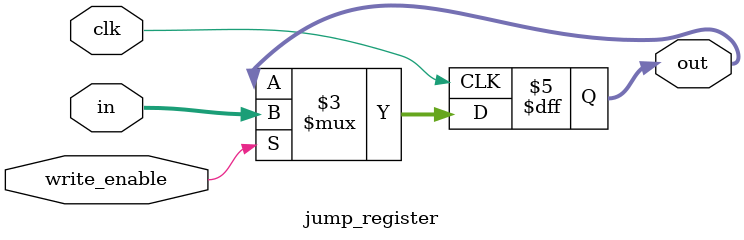
<source format=v>
/*
	Caio Vinicius Pereira Silveira
	12/09/2022
	
	Descricao do registrador do endereco de branch.
	Escrita ocorre na borda de descida do clk
*/

module jump_register
(
	input clk,
	input write_enable,
	input [7:0] in,
	output reg [7:0] out
);

	//escrita sincrona na borda de descida
	always @ (negedge clk) begin
		if(write_enable)
			out = in;
	end
	
endmodule
</source>
